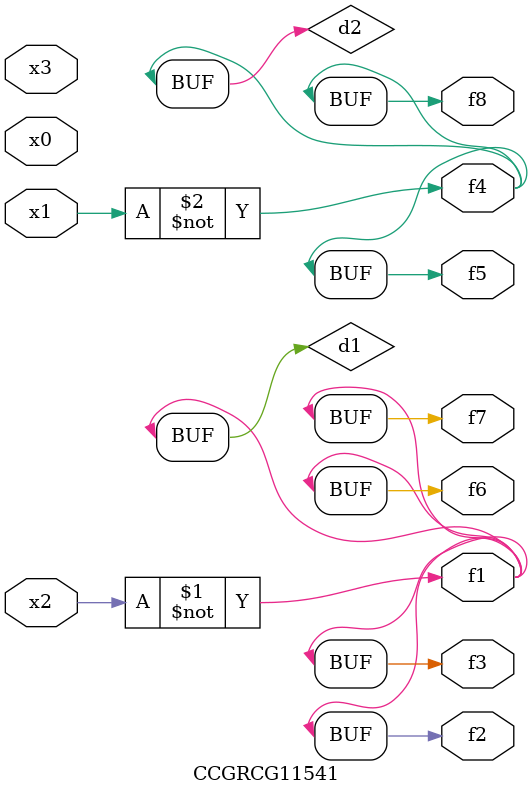
<source format=v>
module CCGRCG11541(
	input x0, x1, x2, x3,
	output f1, f2, f3, f4, f5, f6, f7, f8
);

	wire d1, d2;

	xnor (d1, x2);
	not (d2, x1);
	assign f1 = d1;
	assign f2 = d1;
	assign f3 = d1;
	assign f4 = d2;
	assign f5 = d2;
	assign f6 = d1;
	assign f7 = d1;
	assign f8 = d2;
endmodule

</source>
